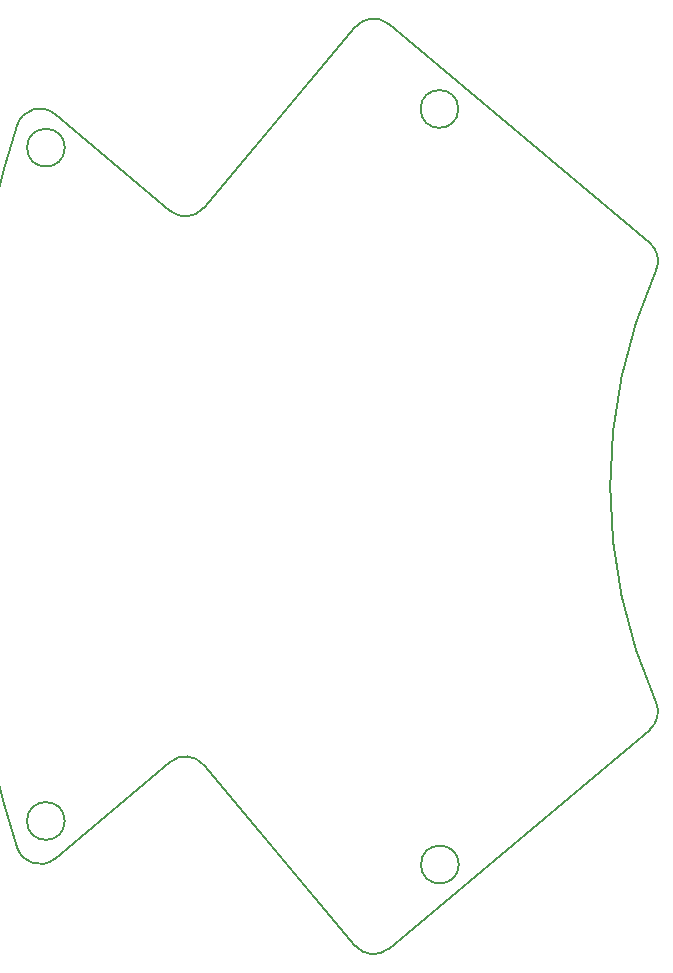
<source format=gbr>
%TF.GenerationSoftware,KiCad,Pcbnew,(6.0.11)*%
%TF.CreationDate,2023-10-13T17:07:18+09:00*%
%TF.ProjectId,main_board,6d61696e-5f62-46f6-9172-642e6b696361,rev?*%
%TF.SameCoordinates,Original*%
%TF.FileFunction,Profile,NP*%
%FSLAX46Y46*%
G04 Gerber Fmt 4.6, Leading zero omitted, Abs format (unit mm)*
G04 Created by KiCad (PCBNEW (6.0.11)) date 2023-10-13 17:07:18*
%MOMM*%
%LPD*%
G01*
G04 APERTURE LIST*
%TA.AperFunction,Profile*%
%ADD10C,0.200000*%
%TD*%
G04 APERTURE END LIST*
D10*
X166622754Y-129435558D02*
G75*
G03*
X166622754Y-129435558I-1600000J0D01*
G01*
X160688173Y-136557968D02*
X182776024Y-118024060D01*
X145014756Y-120990565D02*
X157870508Y-136311454D01*
X142197092Y-74092295D02*
X132432400Y-65898746D01*
X166589113Y-65463305D02*
G75*
G03*
X166589113Y-65463305I-1600000J0D01*
G01*
X129242756Y-66818847D02*
G75*
G03*
X129242758Y-128017498I95203364J-30599323D01*
G01*
X157871345Y-58523895D02*
X145014756Y-73845781D01*
X142197115Y-74092268D02*
G75*
G03*
X145014756Y-73845781I1285585J1531968D01*
G01*
X160687979Y-58276585D02*
G75*
G03*
X157871345Y-58523895I-1284579J-1532915D01*
G01*
X183326461Y-79137764D02*
G75*
G03*
X183318350Y-115680320I41119659J-18280406D01*
G01*
X129242716Y-128017512D02*
G75*
G03*
X132432400Y-128937600I1904084J612012D01*
G01*
X132432400Y-128937600D02*
X142197092Y-120744051D01*
X157870503Y-136311458D02*
G75*
G03*
X160688173Y-136557968I1532097J1285658D01*
G01*
X133269047Y-125747339D02*
G75*
G03*
X133269047Y-125747339I-1600000J0D01*
G01*
X145014807Y-120990522D02*
G75*
G03*
X142197092Y-120744051I-1532107J-1285778D01*
G01*
X183326455Y-79137762D02*
G75*
G03*
X182783501Y-76792377I-1827555J812462D01*
G01*
X133269047Y-68741578D02*
G75*
G03*
X133269047Y-68741578I-1600000J0D01*
G01*
X182776054Y-118024096D02*
G75*
G03*
X183318350Y-115680320I-1285654J1532096D01*
G01*
X182783501Y-76792377D02*
X160688012Y-58276546D01*
X132432355Y-65898799D02*
G75*
G03*
X129242758Y-66818848I-1285555J-1532101D01*
G01*
M02*

</source>
